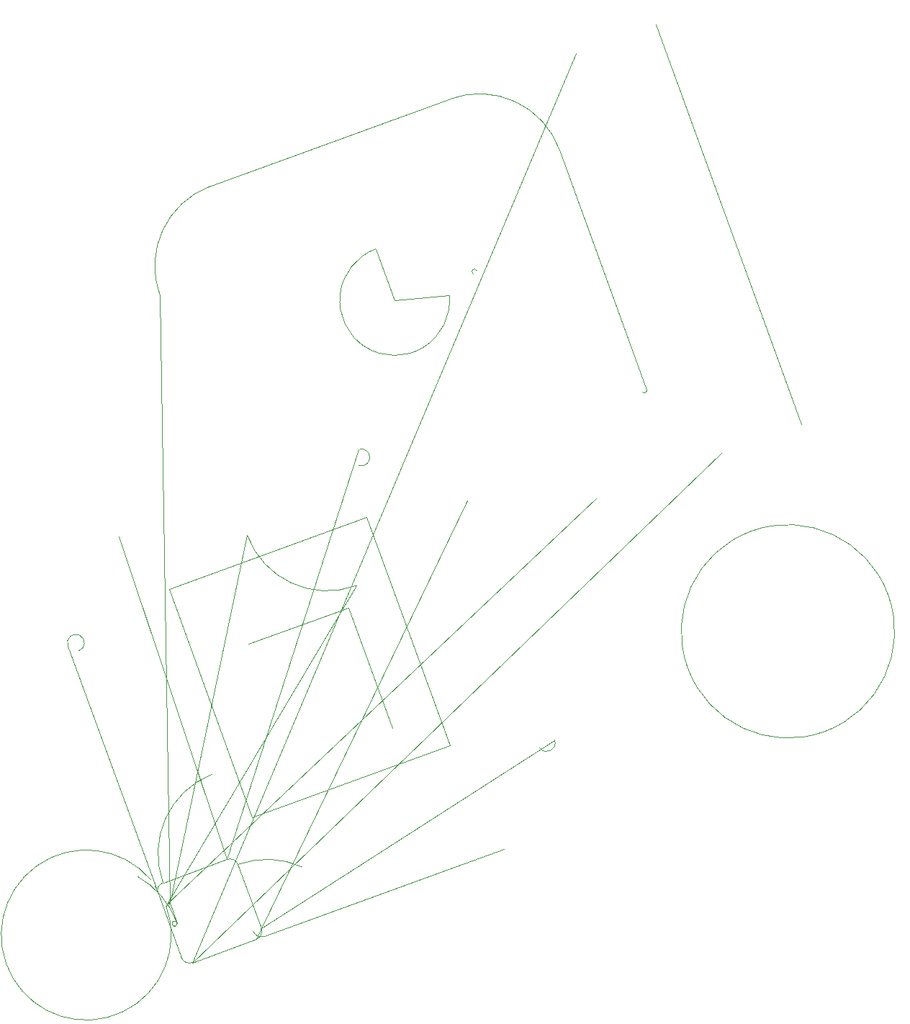
<source format=gtl>
From e3c59e39cf9bc64ce9d76c324b82956a65515f16 Mon Sep 17 00:00:00 2001
From: opiopan <opiopan@gmail.com>
Date: Sun, 7 Apr 2019 22:22:33 +0900
Subject: expand test and fix many issues

---
 tests/expects/dxf_rotate.gtl | 42 ++++++++++++++++++++++++++++++++++++++++++
 1 file changed, 42 insertions(+)
 create mode 100644 tests/expects/dxf_rotate.gtl

(limited to 'tests/expects/dxf_rotate.gtl')

diff --git a/tests/expects/dxf_rotate.gtl b/tests/expects/dxf_rotate.gtl
new file mode 100644
index 0000000..912ad60
--- /dev/null
+++ b/tests/expects/dxf_rotate.gtl
@@ -0,0 +1,42 @@
+G75*
+%MOMM*%
+%OFA0B0*%
+%FSLAX34Y34*%
+%IPPOS*%
+%LPD*%
+%ADD10C,0*%
+D10*
+G01*
+X124805Y2611D02*
+G75*
+G01*
+X49630Y-24751D01*
+G02*
+X36813Y-18774I-3420J9397D01*
+G01*
+X9451Y56401D01*
+G02*
+X15428Y69218I9397J3420D01*
+G01*
+X90603Y96580D01*
+G02*
+X103420Y90603I3420J-9397D01*
+G01*
+X130782Y15428D01*
+G02*
+X124805Y2611I-9397J-3420D01*
+G01*
+X31930Y20924D02*
+G75*
+G03*
+X31930Y20924I-3000J0D01*
+G01*
+X23162Y45543D02*
+G75*
+G02*
+X19006Y41831I-2819J-1026D01*
+G01*
+X20343Y44517D01*
+G01*
+X23162Y45543D01*
+M02*
-- 
cgit 


From 2b1c751ff76ebd6901633235ee694cc93dabce81 Mon Sep 17 00:00:00 2001
From: Hiroshi Murayama <opiopan@gmail.com>
Date: Mon, 9 Sep 2019 09:07:38 +0900
Subject: improve compatibility with RS-274x specification: - can merge
 multiple files having different file scope modifier, such as AS, MI, OF, SF,
 and IR - support modal coordinate notation

---
 tests/expects/dxf_rotate.gtl | 5 ++---
 1 file changed, 2 insertions(+), 3 deletions(-)

(limited to 'tests/expects/dxf_rotate.gtl')

diff --git a/tests/expects/dxf_rotate.gtl b/tests/expects/dxf_rotate.gtl
index 912ad60..71f9f83 100644
--- a/tests/expects/dxf_rotate.gtl
+++ b/tests/expects/dxf_rotate.gtl
@@ -1,10 +1,9 @@
-G75*
 %MOMM*%
-%OFA0B0*%
 %FSLAX34Y34*%
 %IPPOS*%
-%LPD*%
 %ADD10C,0*%
+G75*
+%LPD*%
 D10*
 G01*
 X124805Y2611D02*
-- 
cgit 


From fc3f1a23b87d9c4e51967abb0ed4107daa2be5cf Mon Sep 17 00:00:00 2001
From: Hiroshi Murayama <opiopan@gmail.com>
Date: Sat, 28 Sep 2019 17:40:09 +0900
Subject: improve DXF file handling functions: - DM_LINE mode support to
 generate Excellon routing sequence - DM_MOUSE_BITES mode support to generate
 mouse bites along all path also,  not only line object

---
 tests/expects/dxf_rotate.gtl | 10 +++++-----
 1 file changed, 5 insertions(+), 5 deletions(-)

(limited to 'tests/expects/dxf_rotate.gtl')

diff --git a/tests/expects/dxf_rotate.gtl b/tests/expects/dxf_rotate.gtl
index 71f9f83..71e1647 100644
--- a/tests/expects/dxf_rotate.gtl
+++ b/tests/expects/dxf_rotate.gtl
@@ -25,11 +25,6 @@ X130782Y15428D01*
 G02*
 X124805Y2611I-9397J-3420D01*
 G01*
-X31930Y20924D02*
-G75*
-G03*
-X31930Y20924I-3000J0D01*
-G01*
 X23162Y45543D02*
 G75*
 G02*
@@ -38,4 +33,9 @@ G01*
 X20343Y44517D01*
 G01*
 X23162Y45543D01*
+G01*
+X31749Y21950D02*
+G75*
+G02*
+X31749Y21950I-2819J-1026D01*
 M02*
-- 
cgit 


From 48b35377b1cce897a70d1d037b3e73b616af9be7 Mon Sep 17 00:00:00 2001
From: Hiroshi Murayama <opiopan@gmail.com>
Date: Sat, 28 Sep 2019 20:42:11 +0900
Subject: minor refactoring

---
 tests/expects/dxf_rotate.gtl | 2 +-
 1 file changed, 1 insertion(+), 1 deletion(-)

(limited to 'tests/expects/dxf_rotate.gtl')

diff --git a/tests/expects/dxf_rotate.gtl b/tests/expects/dxf_rotate.gtl
index 71e1647..c6449ca 100644
--- a/tests/expects/dxf_rotate.gtl
+++ b/tests/expects/dxf_rotate.gtl
@@ -36,6 +36,6 @@ X23162Y45543D01*
 G01*
 X31749Y21950D02*
 G75*
-G02*
+G03*
 X31749Y21950I-2819J-1026D01*
 M02*
-- 
cgit 


From 244fcaa5346f4fad819cc2b72857cfb2c472944a Mon Sep 17 00:00:00 2001
From: Hiroshi Murayama <opiopan@gmail.com>
Date: Sat, 28 Dec 2019 23:45:33 +0900
Subject: add a function that generate filled gerberdata with representing
 internal shape by fliping polarity

---
 tests/expects/dxf_rotate.gtl | 82 ++++++++++++++++++++++++++++++++++++--------
 1 file changed, 67 insertions(+), 15 deletions(-)

(limited to 'tests/expects/dxf_rotate.gtl')

diff --git a/tests/expects/dxf_rotate.gtl b/tests/expects/dxf_rotate.gtl
index c6449ca..5c04b64 100644
--- a/tests/expects/dxf_rotate.gtl
+++ b/tests/expects/dxf_rotate.gtl
@@ -6,36 +6,88 @@ G75*
 %LPD*%
 D10*
 G01*
-X124805Y2611D02*
+X501270Y1044184D02*
 G75*
 G01*
-X49630Y-24751D01*
+X672280Y574337D01*
+G01*
+X595239Y1078386D02*
+G75*
+G01*
+X766249Y608539D01*
+G01*
+X115513Y349758D02*
+G75*
+G01*
+X233752Y392793D01*
+G01*
+X285379Y250949D01*
+G01*
+X416110Y108637D02*
+G75*
+G01*
+X134202Y6031D01*
 G02*
-X36813Y-18774I-3420J9397D01*
+X6031Y65798I-34202J93969D01*
 G01*
-X9451Y56401D01*
+X-96575Y347706D01*
 G02*
-X15428Y69218I9397J3420D01*
+X-36808Y475877I93969J34202D01*
 G01*
-X90603Y96580D01*
+X245100Y578483D01*
 G02*
-X103420Y90603I3420J-9397D01*
+X373271Y518716I34202J-93969D01*
 G01*
-X130782Y15428D01*
+X475877Y236808D01*
 G02*
-X124805Y2611I-9397J-3420D01*
+X416110Y108637I-93969J-34202D01*
 G01*
-X23162Y45543D02*
+X481496Y930988D02*
 G75*
+G01*
+X584102Y649080D01*
 G02*
-X19006Y41831I-2819J-1026D01*
+X524335Y520909I-93969J-34202D01*
 G01*
-X20343Y44517D01*
+X242427Y418303D01*
+G02*
+X114256Y478070I-34202J93969D01*
 G01*
-X23162Y45543D01*
+X11650Y759978D01*
+G02*
+X71417Y888149I93969J34202D01*
+G01*
+X353325Y990755D01*
+G02*
+X481496Y930988I34202J-93969D01*
 G01*
-X31749Y21950D02*
+X254877Y499102D02*
+G75*
+G01*
+X22279Y414443D01*
+G01*
+X120131Y145595D01*
+G01*
+X352730Y230254D01*
+G01*
+X254877Y499102D01*
+G01*
+X868133Y407583D02*
+G75*
+G03*
+X868133Y407583I-117896J-42911D01*
+G01*
+X384341Y788789D02*
 G75*
 G03*
-X31749Y21950I-2819J-1026D01*
+X384341Y788789I-96575J-35150D01*
+G01*
+X287766Y753639D02*
+G75*
+G01*
+X265674Y814336D01*
+G03*
+X352035Y760098I22092J-60697D01*
+G01*
+X287766Y753639D01*
 M02*
-- 
cgit 


</source>
